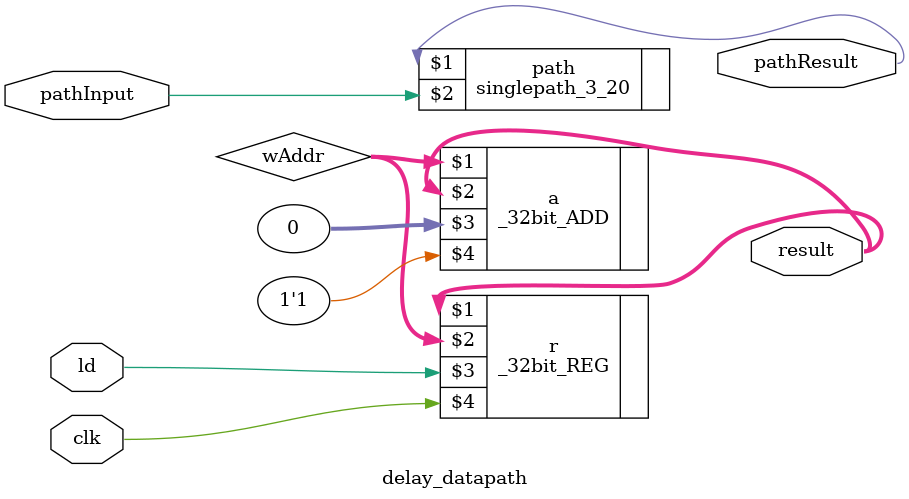
<source format=v>
module delay_datapath(result, pathResult, ld, pathInput, clk);
input ld, clk, pathInput;
output [31:0] result;
output pathResult;

wire [31:0] wAddr;


//singlepath_1_5n path(pathResult, ~pathInput);
//singlepath_1_10 path(pathResult, pathInput);
//singlepath_1_20 path(pathResult, pathInput);
//singlepath_1_50 path(pathResult, pathInput);
//singlepath_1_100 path(pathResult, pathInput);

//singlepath_2_5n path(pathResult, ~pathInput);
//singlepath_2_10 path(pathResult, pathInput);
//singlepath_2_20 path(pathResult, pathInput);
//singlepath_2_50 path(pathResult, pathInput);
//singlepath_2_100 path(pathResult, pathInput);

//singlepath_3_5 path(pathResult, pathInput);
//singlepath_3_10 path(pathResult, pathInput);
singlepath_3_20 path(pathResult, pathInput);
//singlepath_3_50 path(pathResult, pathInput);
//singlepath_3_100 path(pathResult, pathInput);

//spypath_3_1_5n path(pathResult, ~pathInput);
//spypath_3_1_10 path(pathResult, pathInput);
//spypath_3_1_20 path(pathResult, pathInput);
//spypath_3_1_50 path(pathResult, pathInput);
//spypath_3_1_100 path(pathResult, pathInput);

//spypath_3_2_5n path(pathResult, ~pathInput);
//spypath_3_2_10 path(pathResult, pathInput);
//spypath_3_2_20 path(pathResult, pathInput);
//spypath_3_2_50 path(pathResult, pathInput);
//spypath_3_2_100 path(pathResult, pathInput);

//not3_33_5n path(pathResult, ~pathInput);
//not3_33_10 path(pathResult, pathInput);
//not3_33_20 path(pathResult, pathInput);
//not3_33_50 path(pathResult, pathInput);
//not3_33_100 path(pathResult, pathInput);



_32bit_REG r(result, wAddr, ld, clk);
_32bit_ADD a(wAddr, result, 32'b0, 1'b1);


endmodule

</source>
